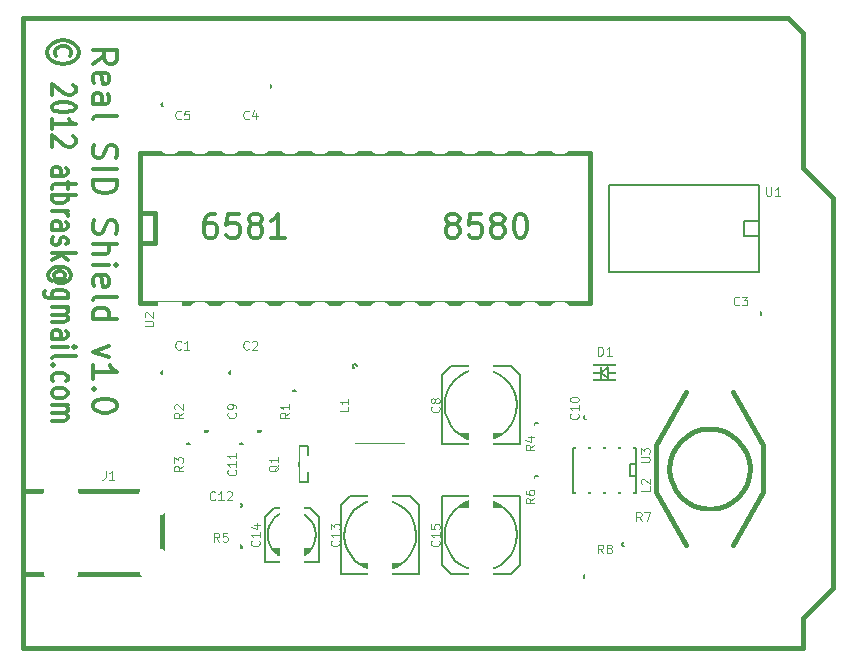
<source format=gto>
G04 (created by PCBNEW-RS274X (2012-01-10 BZR 3351)-testing) date Lørdag '28en' 28. Juli 2012 13.38.29*
G01*
G70*
G90*
%MOIN*%
G04 Gerber Fmt 3.4, Leading zero omitted, Abs format*
%FSLAX34Y34*%
G04 APERTURE LIST*
%ADD10C,0.006000*%
%ADD11C,0.012000*%
%ADD12C,0.015000*%
%ADD13C,0.005000*%
%ADD14C,0.002600*%
%ADD15C,0.004900*%
%ADD16R,0.056000X0.056000*%
%ADD17R,0.040000X0.065000*%
%ADD18R,0.040000X0.070000*%
%ADD19R,0.170000X0.075000*%
%ADD20R,0.055000X0.075000*%
%ADD21R,0.075000X0.055000*%
%ADD22R,0.082000X0.110000*%
%ADD23O,0.082000X0.110000*%
%ADD24R,0.090800X0.086900*%
%ADD25O,0.080000X0.120000*%
%ADD26C,0.175000*%
%ADD27R,0.083000X0.161700*%
%ADD28R,0.083000X0.122400*%
%ADD29R,0.138100X0.138100*%
%ADD30C,0.118400*%
%ADD31C,0.086900*%
G04 APERTURE END LIST*
G54D10*
G54D11*
X26645Y-19236D02*
X27026Y-18974D01*
X26645Y-18786D02*
X27445Y-18786D01*
X27445Y-19086D01*
X27407Y-19161D01*
X27369Y-19199D01*
X27293Y-19236D01*
X27179Y-19236D01*
X27102Y-19199D01*
X27064Y-19161D01*
X27026Y-19086D01*
X27026Y-18786D01*
X26683Y-19873D02*
X26645Y-19798D01*
X26645Y-19648D01*
X26683Y-19573D01*
X26759Y-19536D01*
X27064Y-19536D01*
X27140Y-19573D01*
X27179Y-19648D01*
X27179Y-19798D01*
X27140Y-19873D01*
X27064Y-19911D01*
X26988Y-19911D01*
X26912Y-19536D01*
X26645Y-20586D02*
X27064Y-20586D01*
X27140Y-20548D01*
X27179Y-20473D01*
X27179Y-20323D01*
X27140Y-20248D01*
X26683Y-20586D02*
X26645Y-20511D01*
X26645Y-20323D01*
X26683Y-20248D01*
X26759Y-20211D01*
X26836Y-20211D01*
X26912Y-20248D01*
X26950Y-20323D01*
X26950Y-20511D01*
X26988Y-20586D01*
X26645Y-21073D02*
X26683Y-20998D01*
X26759Y-20960D01*
X27445Y-20960D01*
X26683Y-21935D02*
X26645Y-22047D01*
X26645Y-22235D01*
X26683Y-22310D01*
X26721Y-22347D01*
X26798Y-22385D01*
X26874Y-22385D01*
X26950Y-22347D01*
X26988Y-22310D01*
X27026Y-22235D01*
X27064Y-22085D01*
X27102Y-22010D01*
X27140Y-21972D01*
X27217Y-21935D01*
X27293Y-21935D01*
X27369Y-21972D01*
X27407Y-22010D01*
X27445Y-22085D01*
X27445Y-22272D01*
X27407Y-22385D01*
X26645Y-22722D02*
X27445Y-22722D01*
X26645Y-23097D02*
X27445Y-23097D01*
X27445Y-23285D01*
X27407Y-23397D01*
X27331Y-23472D01*
X27255Y-23510D01*
X27102Y-23547D01*
X26988Y-23547D01*
X26836Y-23510D01*
X26759Y-23472D01*
X26683Y-23397D01*
X26645Y-23285D01*
X26645Y-23097D01*
X26683Y-24447D02*
X26645Y-24559D01*
X26645Y-24747D01*
X26683Y-24822D01*
X26721Y-24859D01*
X26798Y-24897D01*
X26874Y-24897D01*
X26950Y-24859D01*
X26988Y-24822D01*
X27026Y-24747D01*
X27064Y-24597D01*
X27102Y-24522D01*
X27140Y-24484D01*
X27217Y-24447D01*
X27293Y-24447D01*
X27369Y-24484D01*
X27407Y-24522D01*
X27445Y-24597D01*
X27445Y-24784D01*
X27407Y-24897D01*
X26645Y-25234D02*
X27445Y-25234D01*
X26645Y-25572D02*
X27064Y-25572D01*
X27140Y-25534D01*
X27179Y-25459D01*
X27179Y-25347D01*
X27140Y-25272D01*
X27102Y-25234D01*
X26645Y-25946D02*
X27179Y-25946D01*
X27445Y-25946D02*
X27407Y-25909D01*
X27369Y-25946D01*
X27407Y-25984D01*
X27445Y-25946D01*
X27369Y-25946D01*
X26683Y-26621D02*
X26645Y-26546D01*
X26645Y-26396D01*
X26683Y-26321D01*
X26759Y-26284D01*
X27064Y-26284D01*
X27140Y-26321D01*
X27179Y-26396D01*
X27179Y-26546D01*
X27140Y-26621D01*
X27064Y-26659D01*
X26988Y-26659D01*
X26912Y-26284D01*
X26645Y-27109D02*
X26683Y-27034D01*
X26759Y-26996D01*
X27445Y-26996D01*
X26645Y-27746D02*
X27445Y-27746D01*
X26683Y-27746D02*
X26645Y-27671D01*
X26645Y-27521D01*
X26683Y-27446D01*
X26721Y-27408D01*
X26798Y-27371D01*
X27026Y-27371D01*
X27102Y-27408D01*
X27140Y-27446D01*
X27179Y-27521D01*
X27179Y-27671D01*
X27140Y-27746D01*
X27179Y-28645D02*
X26645Y-28833D01*
X27179Y-29020D01*
X26645Y-29733D02*
X26645Y-29283D01*
X26645Y-29508D02*
X27445Y-29508D01*
X27331Y-29433D01*
X27255Y-29358D01*
X27217Y-29283D01*
X26721Y-30070D02*
X26683Y-30108D01*
X26645Y-30070D01*
X26683Y-30033D01*
X26721Y-30070D01*
X26645Y-30070D01*
X27445Y-30595D02*
X27445Y-30670D01*
X27407Y-30745D01*
X27369Y-30783D01*
X27293Y-30820D01*
X27140Y-30858D01*
X26950Y-30858D01*
X26798Y-30820D01*
X26721Y-30783D01*
X26683Y-30745D01*
X26645Y-30670D01*
X26645Y-30595D01*
X26683Y-30520D01*
X26721Y-30483D01*
X26798Y-30445D01*
X26950Y-30408D01*
X27140Y-30408D01*
X27293Y-30445D01*
X27369Y-30483D01*
X27407Y-30520D01*
X27445Y-30595D01*
X30718Y-24229D02*
X30568Y-24229D01*
X30493Y-24267D01*
X30455Y-24305D01*
X30380Y-24419D01*
X30343Y-24572D01*
X30343Y-24876D01*
X30380Y-24953D01*
X30418Y-24991D01*
X30493Y-25029D01*
X30643Y-25029D01*
X30718Y-24991D01*
X30755Y-24953D01*
X30793Y-24876D01*
X30793Y-24686D01*
X30755Y-24610D01*
X30718Y-24572D01*
X30643Y-24534D01*
X30493Y-24534D01*
X30418Y-24572D01*
X30380Y-24610D01*
X30343Y-24686D01*
X31505Y-24229D02*
X31130Y-24229D01*
X31093Y-24610D01*
X31130Y-24572D01*
X31205Y-24534D01*
X31393Y-24534D01*
X31468Y-24572D01*
X31505Y-24610D01*
X31543Y-24686D01*
X31543Y-24876D01*
X31505Y-24953D01*
X31468Y-24991D01*
X31393Y-25029D01*
X31205Y-25029D01*
X31130Y-24991D01*
X31093Y-24953D01*
X31993Y-24572D02*
X31918Y-24534D01*
X31880Y-24495D01*
X31843Y-24419D01*
X31843Y-24381D01*
X31880Y-24305D01*
X31918Y-24267D01*
X31993Y-24229D01*
X32143Y-24229D01*
X32218Y-24267D01*
X32255Y-24305D01*
X32293Y-24381D01*
X32293Y-24419D01*
X32255Y-24495D01*
X32218Y-24534D01*
X32143Y-24572D01*
X31993Y-24572D01*
X31918Y-24610D01*
X31880Y-24648D01*
X31843Y-24724D01*
X31843Y-24876D01*
X31880Y-24953D01*
X31918Y-24991D01*
X31993Y-25029D01*
X32143Y-25029D01*
X32218Y-24991D01*
X32255Y-24953D01*
X32293Y-24876D01*
X32293Y-24724D01*
X32255Y-24648D01*
X32218Y-24610D01*
X32143Y-24572D01*
X33043Y-25029D02*
X32593Y-25029D01*
X32818Y-25029D02*
X32818Y-24229D01*
X32743Y-24343D01*
X32668Y-24419D01*
X32593Y-24457D01*
X38564Y-24572D02*
X38489Y-24534D01*
X38451Y-24495D01*
X38414Y-24419D01*
X38414Y-24381D01*
X38451Y-24305D01*
X38489Y-24267D01*
X38564Y-24229D01*
X38714Y-24229D01*
X38789Y-24267D01*
X38826Y-24305D01*
X38864Y-24381D01*
X38864Y-24419D01*
X38826Y-24495D01*
X38789Y-24534D01*
X38714Y-24572D01*
X38564Y-24572D01*
X38489Y-24610D01*
X38451Y-24648D01*
X38414Y-24724D01*
X38414Y-24876D01*
X38451Y-24953D01*
X38489Y-24991D01*
X38564Y-25029D01*
X38714Y-25029D01*
X38789Y-24991D01*
X38826Y-24953D01*
X38864Y-24876D01*
X38864Y-24724D01*
X38826Y-24648D01*
X38789Y-24610D01*
X38714Y-24572D01*
X39576Y-24229D02*
X39201Y-24229D01*
X39164Y-24610D01*
X39201Y-24572D01*
X39276Y-24534D01*
X39464Y-24534D01*
X39539Y-24572D01*
X39576Y-24610D01*
X39614Y-24686D01*
X39614Y-24876D01*
X39576Y-24953D01*
X39539Y-24991D01*
X39464Y-25029D01*
X39276Y-25029D01*
X39201Y-24991D01*
X39164Y-24953D01*
X40064Y-24572D02*
X39989Y-24534D01*
X39951Y-24495D01*
X39914Y-24419D01*
X39914Y-24381D01*
X39951Y-24305D01*
X39989Y-24267D01*
X40064Y-24229D01*
X40214Y-24229D01*
X40289Y-24267D01*
X40326Y-24305D01*
X40364Y-24381D01*
X40364Y-24419D01*
X40326Y-24495D01*
X40289Y-24534D01*
X40214Y-24572D01*
X40064Y-24572D01*
X39989Y-24610D01*
X39951Y-24648D01*
X39914Y-24724D01*
X39914Y-24876D01*
X39951Y-24953D01*
X39989Y-24991D01*
X40064Y-25029D01*
X40214Y-25029D01*
X40289Y-24991D01*
X40326Y-24953D01*
X40364Y-24876D01*
X40364Y-24724D01*
X40326Y-24648D01*
X40289Y-24610D01*
X40214Y-24572D01*
X40851Y-24229D02*
X40926Y-24229D01*
X41001Y-24267D01*
X41039Y-24305D01*
X41076Y-24381D01*
X41114Y-24534D01*
X41114Y-24724D01*
X41076Y-24876D01*
X41039Y-24953D01*
X41001Y-24991D01*
X40926Y-25029D01*
X40851Y-25029D01*
X40776Y-24991D01*
X40739Y-24953D01*
X40701Y-24876D01*
X40664Y-24724D01*
X40664Y-24534D01*
X40701Y-24381D01*
X40739Y-24305D01*
X40776Y-24267D01*
X40851Y-24229D01*
X25877Y-18961D02*
X25915Y-18903D01*
X25915Y-18789D01*
X25877Y-18732D01*
X25801Y-18675D01*
X25724Y-18646D01*
X25572Y-18646D01*
X25496Y-18675D01*
X25420Y-18732D01*
X25381Y-18789D01*
X25381Y-18903D01*
X25420Y-18961D01*
X26181Y-18846D02*
X26143Y-18703D01*
X26029Y-18561D01*
X25839Y-18475D01*
X25648Y-18446D01*
X25458Y-18475D01*
X25267Y-18561D01*
X25153Y-18703D01*
X25115Y-18846D01*
X25153Y-18989D01*
X25267Y-19132D01*
X25458Y-19218D01*
X25648Y-19246D01*
X25839Y-19218D01*
X26029Y-19132D01*
X26143Y-18989D01*
X26181Y-18846D01*
X25991Y-19932D02*
X26029Y-19961D01*
X26067Y-20018D01*
X26067Y-20161D01*
X26029Y-20218D01*
X25991Y-20247D01*
X25915Y-20275D01*
X25839Y-20275D01*
X25724Y-20247D01*
X25267Y-19904D01*
X25267Y-20275D01*
X26067Y-20646D02*
X26067Y-20703D01*
X26029Y-20760D01*
X25991Y-20789D01*
X25915Y-20818D01*
X25762Y-20846D01*
X25572Y-20846D01*
X25420Y-20818D01*
X25343Y-20789D01*
X25305Y-20760D01*
X25267Y-20703D01*
X25267Y-20646D01*
X25305Y-20589D01*
X25343Y-20560D01*
X25420Y-20532D01*
X25572Y-20503D01*
X25762Y-20503D01*
X25915Y-20532D01*
X25991Y-20560D01*
X26029Y-20589D01*
X26067Y-20646D01*
X25267Y-21417D02*
X25267Y-21074D01*
X25267Y-21246D02*
X26067Y-21246D01*
X25953Y-21189D01*
X25877Y-21131D01*
X25839Y-21074D01*
X25991Y-21645D02*
X26029Y-21674D01*
X26067Y-21731D01*
X26067Y-21874D01*
X26029Y-21931D01*
X25991Y-21960D01*
X25915Y-21988D01*
X25839Y-21988D01*
X25724Y-21960D01*
X25267Y-21617D01*
X25267Y-21988D01*
X25267Y-22959D02*
X25686Y-22959D01*
X25762Y-22930D01*
X25801Y-22873D01*
X25801Y-22759D01*
X25762Y-22702D01*
X25305Y-22959D02*
X25267Y-22902D01*
X25267Y-22759D01*
X25305Y-22702D01*
X25381Y-22673D01*
X25458Y-22673D01*
X25534Y-22702D01*
X25572Y-22759D01*
X25572Y-22902D01*
X25610Y-22959D01*
X25801Y-23159D02*
X25801Y-23388D01*
X26067Y-23245D02*
X25381Y-23245D01*
X25305Y-23273D01*
X25267Y-23331D01*
X25267Y-23388D01*
X25267Y-23588D02*
X26067Y-23588D01*
X25762Y-23588D02*
X25801Y-23645D01*
X25801Y-23759D01*
X25762Y-23816D01*
X25724Y-23845D01*
X25648Y-23874D01*
X25420Y-23874D01*
X25343Y-23845D01*
X25305Y-23816D01*
X25267Y-23759D01*
X25267Y-23645D01*
X25305Y-23588D01*
X25267Y-24131D02*
X25801Y-24131D01*
X25648Y-24131D02*
X25724Y-24159D01*
X25762Y-24188D01*
X25801Y-24245D01*
X25801Y-24302D01*
X25267Y-24759D02*
X25686Y-24759D01*
X25762Y-24730D01*
X25801Y-24673D01*
X25801Y-24559D01*
X25762Y-24502D01*
X25305Y-24759D02*
X25267Y-24702D01*
X25267Y-24559D01*
X25305Y-24502D01*
X25381Y-24473D01*
X25458Y-24473D01*
X25534Y-24502D01*
X25572Y-24559D01*
X25572Y-24702D01*
X25610Y-24759D01*
X25305Y-25016D02*
X25267Y-25073D01*
X25267Y-25188D01*
X25305Y-25245D01*
X25381Y-25273D01*
X25420Y-25273D01*
X25496Y-25245D01*
X25534Y-25188D01*
X25534Y-25102D01*
X25572Y-25045D01*
X25648Y-25016D01*
X25686Y-25016D01*
X25762Y-25045D01*
X25801Y-25102D01*
X25801Y-25188D01*
X25762Y-25245D01*
X25267Y-25531D02*
X26067Y-25531D01*
X25572Y-25588D02*
X25267Y-25759D01*
X25801Y-25759D02*
X25496Y-25531D01*
X25648Y-26388D02*
X25686Y-26360D01*
X25724Y-26303D01*
X25724Y-26245D01*
X25686Y-26188D01*
X25648Y-26160D01*
X25572Y-26131D01*
X25496Y-26131D01*
X25420Y-26160D01*
X25381Y-26188D01*
X25343Y-26245D01*
X25343Y-26303D01*
X25381Y-26360D01*
X25420Y-26388D01*
X25724Y-26388D02*
X25420Y-26388D01*
X25381Y-26417D01*
X25381Y-26445D01*
X25420Y-26503D01*
X25496Y-26531D01*
X25686Y-26531D01*
X25801Y-26474D01*
X25877Y-26388D01*
X25915Y-26274D01*
X25877Y-26160D01*
X25801Y-26074D01*
X25686Y-26017D01*
X25534Y-25988D01*
X25381Y-26017D01*
X25267Y-26074D01*
X25191Y-26160D01*
X25153Y-26274D01*
X25191Y-26388D01*
X25267Y-26474D01*
X25801Y-27045D02*
X25153Y-27045D01*
X25077Y-27016D01*
X25039Y-26988D01*
X25001Y-26931D01*
X25001Y-26845D01*
X25039Y-26788D01*
X25305Y-27045D02*
X25267Y-26988D01*
X25267Y-26874D01*
X25305Y-26816D01*
X25343Y-26788D01*
X25420Y-26759D01*
X25648Y-26759D01*
X25724Y-26788D01*
X25762Y-26816D01*
X25801Y-26874D01*
X25801Y-26988D01*
X25762Y-27045D01*
X25267Y-27331D02*
X25801Y-27331D01*
X25724Y-27331D02*
X25762Y-27359D01*
X25801Y-27417D01*
X25801Y-27502D01*
X25762Y-27559D01*
X25686Y-27588D01*
X25267Y-27588D01*
X25686Y-27588D02*
X25762Y-27617D01*
X25801Y-27674D01*
X25801Y-27759D01*
X25762Y-27817D01*
X25686Y-27845D01*
X25267Y-27845D01*
X25267Y-28388D02*
X25686Y-28388D01*
X25762Y-28359D01*
X25801Y-28302D01*
X25801Y-28188D01*
X25762Y-28131D01*
X25305Y-28388D02*
X25267Y-28331D01*
X25267Y-28188D01*
X25305Y-28131D01*
X25381Y-28102D01*
X25458Y-28102D01*
X25534Y-28131D01*
X25572Y-28188D01*
X25572Y-28331D01*
X25610Y-28388D01*
X25267Y-28674D02*
X25801Y-28674D01*
X26067Y-28674D02*
X26029Y-28645D01*
X25991Y-28674D01*
X26029Y-28702D01*
X26067Y-28674D01*
X25991Y-28674D01*
X25267Y-29046D02*
X25305Y-28988D01*
X25381Y-28960D01*
X26067Y-28960D01*
X25343Y-29274D02*
X25305Y-29302D01*
X25267Y-29274D01*
X25305Y-29245D01*
X25343Y-29274D01*
X25267Y-29274D01*
X25305Y-29817D02*
X25267Y-29760D01*
X25267Y-29646D01*
X25305Y-29588D01*
X25343Y-29560D01*
X25420Y-29531D01*
X25648Y-29531D01*
X25724Y-29560D01*
X25762Y-29588D01*
X25801Y-29646D01*
X25801Y-29760D01*
X25762Y-29817D01*
X25267Y-30160D02*
X25305Y-30102D01*
X25343Y-30074D01*
X25420Y-30045D01*
X25648Y-30045D01*
X25724Y-30074D01*
X25762Y-30102D01*
X25801Y-30160D01*
X25801Y-30245D01*
X25762Y-30302D01*
X25724Y-30331D01*
X25648Y-30360D01*
X25420Y-30360D01*
X25343Y-30331D01*
X25305Y-30302D01*
X25267Y-30245D01*
X25267Y-30160D01*
X25267Y-30617D02*
X25801Y-30617D01*
X25724Y-30617D02*
X25762Y-30645D01*
X25801Y-30703D01*
X25801Y-30788D01*
X25762Y-30845D01*
X25686Y-30874D01*
X25267Y-30874D01*
X25686Y-30874D02*
X25762Y-30903D01*
X25801Y-30960D01*
X25801Y-31045D01*
X25762Y-31103D01*
X25686Y-31131D01*
X25267Y-31131D01*
G54D12*
X24300Y-38700D02*
X24300Y-17700D01*
X50300Y-38700D02*
X24300Y-38700D01*
X50300Y-37700D02*
X50300Y-38700D01*
X51300Y-36700D02*
X50300Y-37700D01*
X51300Y-23700D02*
X51300Y-36700D01*
X50300Y-22700D02*
X51300Y-23700D01*
X50300Y-18200D02*
X50300Y-22700D01*
X49800Y-17700D02*
X50300Y-18200D01*
X24300Y-17700D02*
X49800Y-17700D01*
G54D13*
X33511Y-33179D02*
X33511Y-31979D01*
X33511Y-31979D02*
X33811Y-31979D01*
X33811Y-31979D02*
X33811Y-33179D01*
X33811Y-33179D02*
X33511Y-33179D01*
X44751Y-32076D02*
X44751Y-32026D01*
X44751Y-32026D02*
X42651Y-32026D01*
X42651Y-33526D02*
X44751Y-33526D01*
X44751Y-33526D02*
X44751Y-32076D01*
X44751Y-32976D02*
X44551Y-32976D01*
X44551Y-32976D02*
X44551Y-32576D01*
X44551Y-32576D02*
X44751Y-32576D01*
X42651Y-33526D02*
X42651Y-32026D01*
X43858Y-23255D02*
X43858Y-26155D01*
X48858Y-26155D02*
X48858Y-23255D01*
X43858Y-23255D02*
X48858Y-23255D01*
X48858Y-26155D02*
X43858Y-26155D01*
X48858Y-24955D02*
X48358Y-24955D01*
X48358Y-24955D02*
X48358Y-24455D01*
X48358Y-24455D02*
X48858Y-24455D01*
X35440Y-29311D02*
X35438Y-29324D01*
X35434Y-29337D01*
X35428Y-29349D01*
X35419Y-29360D01*
X35409Y-29369D01*
X35397Y-29375D01*
X35384Y-29379D01*
X35370Y-29380D01*
X35357Y-29379D01*
X35344Y-29375D01*
X35332Y-29369D01*
X35322Y-29361D01*
X35313Y-29350D01*
X35306Y-29338D01*
X35302Y-29325D01*
X35301Y-29311D01*
X35302Y-29299D01*
X35305Y-29286D01*
X35312Y-29274D01*
X35320Y-29263D01*
X35331Y-29254D01*
X35342Y-29247D01*
X35355Y-29243D01*
X35369Y-29242D01*
X35382Y-29243D01*
X35395Y-29246D01*
X35407Y-29252D01*
X35418Y-29261D01*
X35427Y-29271D01*
X35433Y-29283D01*
X35438Y-29296D01*
X35439Y-29310D01*
X35440Y-29311D01*
X35420Y-31211D02*
X35420Y-31861D01*
X35420Y-31861D02*
X37020Y-31861D01*
X37020Y-31861D02*
X37020Y-31211D01*
X37020Y-30011D02*
X37020Y-29361D01*
X37020Y-29361D02*
X35420Y-29361D01*
X35420Y-29361D02*
X35420Y-30011D01*
X29026Y-29532D02*
X29025Y-29541D01*
X29022Y-29551D01*
X29017Y-29559D01*
X29011Y-29567D01*
X29003Y-29573D01*
X28995Y-29578D01*
X28986Y-29580D01*
X28976Y-29581D01*
X28967Y-29581D01*
X28958Y-29578D01*
X28949Y-29573D01*
X28942Y-29567D01*
X28935Y-29560D01*
X28931Y-29551D01*
X28928Y-29542D01*
X28927Y-29532D01*
X28927Y-29523D01*
X28930Y-29514D01*
X28934Y-29505D01*
X28941Y-29498D01*
X28948Y-29491D01*
X28956Y-29487D01*
X28966Y-29484D01*
X28975Y-29483D01*
X28984Y-29483D01*
X28994Y-29486D01*
X29002Y-29490D01*
X29010Y-29496D01*
X29016Y-29504D01*
X29021Y-29512D01*
X29024Y-29521D01*
X29025Y-29531D01*
X29026Y-29532D01*
X29426Y-29532D02*
X29026Y-29532D01*
X29026Y-29532D02*
X29026Y-28932D01*
X29026Y-28932D02*
X29426Y-28932D01*
X29826Y-28932D02*
X30226Y-28932D01*
X30226Y-28932D02*
X30226Y-29532D01*
X30226Y-29532D02*
X29826Y-29532D01*
X43101Y-36324D02*
X43100Y-36333D01*
X43097Y-36343D01*
X43092Y-36351D01*
X43086Y-36359D01*
X43078Y-36365D01*
X43070Y-36370D01*
X43061Y-36372D01*
X43051Y-36373D01*
X43042Y-36373D01*
X43033Y-36370D01*
X43024Y-36365D01*
X43017Y-36359D01*
X43010Y-36352D01*
X43006Y-36343D01*
X43003Y-36334D01*
X43002Y-36324D01*
X43002Y-36315D01*
X43005Y-36306D01*
X43009Y-36297D01*
X43016Y-36290D01*
X43023Y-36283D01*
X43031Y-36279D01*
X43041Y-36276D01*
X43050Y-36275D01*
X43059Y-36275D01*
X43069Y-36278D01*
X43077Y-36282D01*
X43085Y-36288D01*
X43091Y-36296D01*
X43096Y-36304D01*
X43099Y-36313D01*
X43100Y-36323D01*
X43101Y-36324D01*
X43501Y-36324D02*
X43101Y-36324D01*
X43101Y-36324D02*
X43101Y-35724D01*
X43101Y-35724D02*
X43501Y-35724D01*
X43901Y-35724D02*
X44301Y-35724D01*
X44301Y-35724D02*
X44301Y-36324D01*
X44301Y-36324D02*
X43901Y-36324D01*
X44380Y-35241D02*
X44379Y-35250D01*
X44376Y-35260D01*
X44371Y-35268D01*
X44365Y-35276D01*
X44357Y-35282D01*
X44349Y-35287D01*
X44340Y-35289D01*
X44330Y-35290D01*
X44321Y-35290D01*
X44312Y-35287D01*
X44303Y-35282D01*
X44296Y-35276D01*
X44289Y-35269D01*
X44285Y-35260D01*
X44282Y-35251D01*
X44281Y-35241D01*
X44281Y-35232D01*
X44284Y-35223D01*
X44288Y-35214D01*
X44295Y-35207D01*
X44302Y-35200D01*
X44310Y-35196D01*
X44320Y-35193D01*
X44329Y-35192D01*
X44338Y-35192D01*
X44348Y-35195D01*
X44356Y-35199D01*
X44364Y-35205D01*
X44370Y-35213D01*
X44375Y-35221D01*
X44378Y-35230D01*
X44379Y-35240D01*
X44380Y-35241D01*
X44780Y-35241D02*
X44380Y-35241D01*
X44380Y-35241D02*
X44380Y-34641D01*
X44380Y-34641D02*
X44780Y-34641D01*
X45180Y-34641D02*
X45580Y-34641D01*
X45580Y-34641D02*
X45580Y-35241D01*
X45580Y-35241D02*
X45180Y-35241D01*
X41482Y-33012D02*
X41481Y-33021D01*
X41478Y-33031D01*
X41473Y-33039D01*
X41467Y-33047D01*
X41459Y-33053D01*
X41451Y-33058D01*
X41442Y-33060D01*
X41432Y-33061D01*
X41423Y-33061D01*
X41414Y-33058D01*
X41405Y-33053D01*
X41398Y-33047D01*
X41391Y-33040D01*
X41387Y-33031D01*
X41384Y-33022D01*
X41383Y-33012D01*
X41383Y-33003D01*
X41386Y-32994D01*
X41390Y-32985D01*
X41397Y-32978D01*
X41404Y-32971D01*
X41412Y-32967D01*
X41422Y-32964D01*
X41431Y-32963D01*
X41440Y-32963D01*
X41450Y-32966D01*
X41458Y-32970D01*
X41466Y-32976D01*
X41472Y-32984D01*
X41477Y-32992D01*
X41480Y-33001D01*
X41481Y-33011D01*
X41482Y-33012D01*
X41432Y-33462D02*
X41432Y-33062D01*
X41432Y-33062D02*
X42032Y-33062D01*
X42032Y-33062D02*
X42032Y-33462D01*
X42032Y-33862D02*
X42032Y-34262D01*
X42032Y-34262D02*
X41432Y-34262D01*
X41432Y-34262D02*
X41432Y-33862D01*
X31606Y-35330D02*
X31605Y-35339D01*
X31602Y-35349D01*
X31597Y-35357D01*
X31591Y-35365D01*
X31583Y-35371D01*
X31575Y-35376D01*
X31566Y-35378D01*
X31556Y-35379D01*
X31547Y-35379D01*
X31538Y-35376D01*
X31529Y-35371D01*
X31522Y-35365D01*
X31515Y-35358D01*
X31511Y-35349D01*
X31508Y-35340D01*
X31507Y-35330D01*
X31507Y-35321D01*
X31510Y-35312D01*
X31514Y-35303D01*
X31521Y-35296D01*
X31528Y-35289D01*
X31536Y-35285D01*
X31546Y-35282D01*
X31555Y-35281D01*
X31564Y-35281D01*
X31574Y-35284D01*
X31582Y-35288D01*
X31590Y-35294D01*
X31596Y-35302D01*
X31601Y-35310D01*
X31604Y-35319D01*
X31605Y-35329D01*
X31606Y-35330D01*
X31106Y-35330D02*
X31506Y-35330D01*
X31506Y-35330D02*
X31506Y-35930D01*
X31506Y-35930D02*
X31106Y-35930D01*
X30706Y-35930D02*
X30306Y-35930D01*
X30306Y-35930D02*
X30306Y-35330D01*
X30306Y-35330D02*
X30706Y-35330D01*
X41482Y-31240D02*
X41481Y-31249D01*
X41478Y-31259D01*
X41473Y-31267D01*
X41467Y-31275D01*
X41459Y-31281D01*
X41451Y-31286D01*
X41442Y-31288D01*
X41432Y-31289D01*
X41423Y-31289D01*
X41414Y-31286D01*
X41405Y-31281D01*
X41398Y-31275D01*
X41391Y-31268D01*
X41387Y-31259D01*
X41384Y-31250D01*
X41383Y-31240D01*
X41383Y-31231D01*
X41386Y-31222D01*
X41390Y-31213D01*
X41397Y-31206D01*
X41404Y-31199D01*
X41412Y-31195D01*
X41422Y-31192D01*
X41431Y-31191D01*
X41440Y-31191D01*
X41450Y-31194D01*
X41458Y-31198D01*
X41466Y-31204D01*
X41472Y-31212D01*
X41477Y-31220D01*
X41480Y-31229D01*
X41481Y-31239D01*
X41482Y-31240D01*
X41432Y-31690D02*
X41432Y-31290D01*
X41432Y-31290D02*
X42032Y-31290D01*
X42032Y-31290D02*
X42032Y-31690D01*
X42032Y-32090D02*
X42032Y-32490D01*
X42032Y-32490D02*
X41432Y-32490D01*
X41432Y-32490D02*
X41432Y-32090D01*
X29868Y-31929D02*
X29867Y-31938D01*
X29864Y-31948D01*
X29859Y-31956D01*
X29853Y-31964D01*
X29845Y-31970D01*
X29837Y-31975D01*
X29828Y-31977D01*
X29818Y-31978D01*
X29809Y-31978D01*
X29800Y-31975D01*
X29791Y-31970D01*
X29784Y-31964D01*
X29777Y-31957D01*
X29773Y-31948D01*
X29770Y-31939D01*
X29769Y-31929D01*
X29769Y-31920D01*
X29772Y-31911D01*
X29776Y-31902D01*
X29783Y-31895D01*
X29790Y-31888D01*
X29798Y-31884D01*
X29808Y-31881D01*
X29817Y-31880D01*
X29826Y-31880D01*
X29836Y-31883D01*
X29844Y-31887D01*
X29852Y-31893D01*
X29858Y-31901D01*
X29863Y-31909D01*
X29866Y-31918D01*
X29867Y-31928D01*
X29868Y-31929D01*
X29818Y-32379D02*
X29818Y-31979D01*
X29818Y-31979D02*
X30418Y-31979D01*
X30418Y-31979D02*
X30418Y-32379D01*
X30418Y-32779D02*
X30418Y-33179D01*
X30418Y-33179D02*
X29818Y-33179D01*
X29818Y-33179D02*
X29818Y-32779D01*
X30468Y-31457D02*
X30467Y-31466D01*
X30464Y-31476D01*
X30459Y-31484D01*
X30453Y-31492D01*
X30445Y-31498D01*
X30437Y-31503D01*
X30428Y-31505D01*
X30418Y-31506D01*
X30409Y-31506D01*
X30400Y-31503D01*
X30391Y-31498D01*
X30384Y-31492D01*
X30377Y-31485D01*
X30373Y-31476D01*
X30370Y-31467D01*
X30369Y-31457D01*
X30369Y-31448D01*
X30372Y-31439D01*
X30376Y-31430D01*
X30383Y-31423D01*
X30390Y-31416D01*
X30398Y-31412D01*
X30408Y-31409D01*
X30417Y-31408D01*
X30426Y-31408D01*
X30436Y-31411D01*
X30444Y-31415D01*
X30452Y-31421D01*
X30458Y-31429D01*
X30463Y-31437D01*
X30466Y-31446D01*
X30467Y-31456D01*
X30468Y-31457D01*
X30418Y-31007D02*
X30418Y-31407D01*
X30418Y-31407D02*
X29818Y-31407D01*
X29818Y-31407D02*
X29818Y-31007D01*
X29818Y-30607D02*
X29818Y-30207D01*
X29818Y-30207D02*
X30418Y-30207D01*
X30418Y-30207D02*
X30418Y-30607D01*
X33411Y-30157D02*
X33410Y-30166D01*
X33407Y-30176D01*
X33402Y-30184D01*
X33396Y-30192D01*
X33388Y-30198D01*
X33380Y-30203D01*
X33371Y-30205D01*
X33361Y-30206D01*
X33352Y-30206D01*
X33343Y-30203D01*
X33334Y-30198D01*
X33327Y-30192D01*
X33320Y-30185D01*
X33316Y-30176D01*
X33313Y-30167D01*
X33312Y-30157D01*
X33312Y-30148D01*
X33315Y-30139D01*
X33319Y-30130D01*
X33326Y-30123D01*
X33333Y-30116D01*
X33341Y-30112D01*
X33351Y-30109D01*
X33360Y-30108D01*
X33369Y-30108D01*
X33379Y-30111D01*
X33387Y-30115D01*
X33395Y-30121D01*
X33401Y-30129D01*
X33406Y-30137D01*
X33409Y-30146D01*
X33410Y-30156D01*
X33411Y-30157D01*
X33361Y-30607D02*
X33361Y-30207D01*
X33361Y-30207D02*
X33961Y-30207D01*
X33961Y-30207D02*
X33961Y-30607D01*
X33961Y-31007D02*
X33961Y-31407D01*
X33961Y-31407D02*
X33361Y-31407D01*
X33361Y-31407D02*
X33361Y-31007D01*
X32240Y-31457D02*
X32239Y-31466D01*
X32236Y-31476D01*
X32231Y-31484D01*
X32225Y-31492D01*
X32217Y-31498D01*
X32209Y-31503D01*
X32200Y-31505D01*
X32190Y-31506D01*
X32181Y-31506D01*
X32172Y-31503D01*
X32163Y-31498D01*
X32156Y-31492D01*
X32149Y-31485D01*
X32145Y-31476D01*
X32142Y-31467D01*
X32141Y-31457D01*
X32141Y-31448D01*
X32144Y-31439D01*
X32148Y-31430D01*
X32155Y-31423D01*
X32162Y-31416D01*
X32170Y-31412D01*
X32180Y-31409D01*
X32189Y-31408D01*
X32198Y-31408D01*
X32208Y-31411D01*
X32216Y-31415D01*
X32224Y-31421D01*
X32230Y-31429D01*
X32235Y-31437D01*
X32238Y-31446D01*
X32239Y-31456D01*
X32240Y-31457D01*
X32190Y-31007D02*
X32190Y-31407D01*
X32190Y-31407D02*
X31590Y-31407D01*
X31590Y-31407D02*
X31590Y-31007D01*
X31590Y-30607D02*
X31590Y-30207D01*
X31590Y-30207D02*
X32190Y-30207D01*
X32190Y-30207D02*
X32190Y-30607D01*
X31290Y-29532D02*
X31289Y-29541D01*
X31286Y-29551D01*
X31281Y-29559D01*
X31275Y-29567D01*
X31267Y-29573D01*
X31259Y-29578D01*
X31250Y-29580D01*
X31240Y-29581D01*
X31231Y-29581D01*
X31222Y-29578D01*
X31213Y-29573D01*
X31206Y-29567D01*
X31199Y-29560D01*
X31195Y-29551D01*
X31192Y-29542D01*
X31191Y-29532D01*
X31191Y-29523D01*
X31194Y-29514D01*
X31198Y-29505D01*
X31205Y-29498D01*
X31212Y-29491D01*
X31220Y-29487D01*
X31230Y-29484D01*
X31239Y-29483D01*
X31248Y-29483D01*
X31258Y-29486D01*
X31266Y-29490D01*
X31274Y-29496D01*
X31280Y-29504D01*
X31285Y-29512D01*
X31288Y-29521D01*
X31289Y-29531D01*
X31290Y-29532D01*
X31690Y-29532D02*
X31290Y-29532D01*
X31290Y-29532D02*
X31290Y-28932D01*
X31290Y-28932D02*
X31690Y-28932D01*
X32090Y-28932D02*
X32490Y-28932D01*
X32490Y-28932D02*
X32490Y-29532D01*
X32490Y-29532D02*
X32090Y-29532D01*
X48928Y-27554D02*
X48927Y-27563D01*
X48924Y-27573D01*
X48919Y-27581D01*
X48913Y-27589D01*
X48905Y-27595D01*
X48897Y-27600D01*
X48888Y-27602D01*
X48878Y-27603D01*
X48869Y-27603D01*
X48860Y-27600D01*
X48851Y-27595D01*
X48844Y-27589D01*
X48837Y-27582D01*
X48833Y-27573D01*
X48830Y-27564D01*
X48829Y-27554D01*
X48829Y-27545D01*
X48832Y-27536D01*
X48836Y-27527D01*
X48843Y-27520D01*
X48850Y-27513D01*
X48858Y-27509D01*
X48868Y-27506D01*
X48877Y-27505D01*
X48886Y-27505D01*
X48896Y-27508D01*
X48904Y-27512D01*
X48912Y-27518D01*
X48918Y-27526D01*
X48923Y-27534D01*
X48926Y-27543D01*
X48927Y-27553D01*
X48928Y-27554D01*
X48428Y-27554D02*
X48828Y-27554D01*
X48828Y-27554D02*
X48828Y-28154D01*
X48828Y-28154D02*
X48428Y-28154D01*
X48028Y-28154D02*
X47628Y-28154D01*
X47628Y-28154D02*
X47628Y-27554D01*
X47628Y-27554D02*
X48028Y-27554D01*
X32590Y-19976D02*
X32589Y-19985D01*
X32586Y-19995D01*
X32581Y-20003D01*
X32575Y-20011D01*
X32567Y-20017D01*
X32559Y-20022D01*
X32550Y-20024D01*
X32540Y-20025D01*
X32531Y-20025D01*
X32522Y-20022D01*
X32513Y-20017D01*
X32506Y-20011D01*
X32499Y-20004D01*
X32495Y-19995D01*
X32492Y-19986D01*
X32491Y-19976D01*
X32491Y-19967D01*
X32494Y-19958D01*
X32498Y-19949D01*
X32505Y-19942D01*
X32512Y-19935D01*
X32520Y-19931D01*
X32530Y-19928D01*
X32539Y-19927D01*
X32548Y-19927D01*
X32558Y-19930D01*
X32566Y-19934D01*
X32574Y-19940D01*
X32580Y-19948D01*
X32585Y-19956D01*
X32588Y-19965D01*
X32589Y-19975D01*
X32590Y-19976D01*
X32090Y-19976D02*
X32490Y-19976D01*
X32490Y-19976D02*
X32490Y-20576D01*
X32490Y-20576D02*
X32090Y-20576D01*
X31690Y-20576D02*
X31290Y-20576D01*
X31290Y-20576D02*
X31290Y-19976D01*
X31290Y-19976D02*
X31690Y-19976D01*
X29026Y-20576D02*
X29025Y-20585D01*
X29022Y-20595D01*
X29017Y-20603D01*
X29011Y-20611D01*
X29003Y-20617D01*
X28995Y-20622D01*
X28986Y-20624D01*
X28976Y-20625D01*
X28967Y-20625D01*
X28958Y-20622D01*
X28949Y-20617D01*
X28942Y-20611D01*
X28935Y-20604D01*
X28931Y-20595D01*
X28928Y-20586D01*
X28927Y-20576D01*
X28927Y-20567D01*
X28930Y-20558D01*
X28934Y-20549D01*
X28941Y-20542D01*
X28948Y-20535D01*
X28956Y-20531D01*
X28966Y-20528D01*
X28975Y-20527D01*
X28984Y-20527D01*
X28994Y-20530D01*
X29002Y-20534D01*
X29010Y-20540D01*
X29016Y-20548D01*
X29021Y-20556D01*
X29024Y-20565D01*
X29025Y-20575D01*
X29026Y-20576D01*
X29426Y-20576D02*
X29026Y-20576D01*
X29026Y-20576D02*
X29026Y-19976D01*
X29026Y-19976D02*
X29426Y-19976D01*
X29826Y-19976D02*
X30226Y-19976D01*
X30226Y-19976D02*
X30226Y-20576D01*
X30226Y-20576D02*
X29826Y-20576D01*
X43101Y-31009D02*
X43100Y-31018D01*
X43097Y-31028D01*
X43092Y-31036D01*
X43086Y-31044D01*
X43078Y-31050D01*
X43070Y-31055D01*
X43061Y-31057D01*
X43051Y-31058D01*
X43042Y-31058D01*
X43033Y-31055D01*
X43024Y-31050D01*
X43017Y-31044D01*
X43010Y-31037D01*
X43006Y-31028D01*
X43003Y-31019D01*
X43002Y-31009D01*
X43002Y-31000D01*
X43005Y-30991D01*
X43009Y-30982D01*
X43016Y-30975D01*
X43023Y-30968D01*
X43031Y-30964D01*
X43041Y-30961D01*
X43050Y-30960D01*
X43059Y-30960D01*
X43069Y-30963D01*
X43077Y-30967D01*
X43085Y-30973D01*
X43091Y-30981D01*
X43096Y-30989D01*
X43099Y-30998D01*
X43100Y-31008D01*
X43101Y-31009D01*
X43501Y-31009D02*
X43101Y-31009D01*
X43101Y-31009D02*
X43101Y-30409D01*
X43101Y-30409D02*
X43501Y-30409D01*
X43901Y-30409D02*
X44301Y-30409D01*
X44301Y-30409D02*
X44301Y-31009D01*
X44301Y-31009D02*
X43901Y-31009D01*
X31640Y-31929D02*
X31639Y-31938D01*
X31636Y-31948D01*
X31631Y-31956D01*
X31625Y-31964D01*
X31617Y-31970D01*
X31609Y-31975D01*
X31600Y-31977D01*
X31590Y-31978D01*
X31581Y-31978D01*
X31572Y-31975D01*
X31563Y-31970D01*
X31556Y-31964D01*
X31549Y-31957D01*
X31545Y-31948D01*
X31542Y-31939D01*
X31541Y-31929D01*
X31541Y-31920D01*
X31544Y-31911D01*
X31548Y-31902D01*
X31555Y-31895D01*
X31562Y-31888D01*
X31570Y-31884D01*
X31580Y-31881D01*
X31589Y-31880D01*
X31598Y-31880D01*
X31608Y-31883D01*
X31616Y-31887D01*
X31624Y-31893D01*
X31630Y-31901D01*
X31635Y-31909D01*
X31638Y-31918D01*
X31639Y-31928D01*
X31640Y-31929D01*
X31590Y-32379D02*
X31590Y-31979D01*
X31590Y-31979D02*
X32190Y-31979D01*
X32190Y-31979D02*
X32190Y-32379D01*
X32190Y-32779D02*
X32190Y-33179D01*
X32190Y-33179D02*
X31590Y-33179D01*
X31590Y-33179D02*
X31590Y-32779D01*
X31606Y-33952D02*
X31605Y-33961D01*
X31602Y-33971D01*
X31597Y-33979D01*
X31591Y-33987D01*
X31583Y-33993D01*
X31575Y-33998D01*
X31566Y-34000D01*
X31556Y-34001D01*
X31547Y-34001D01*
X31538Y-33998D01*
X31529Y-33993D01*
X31522Y-33987D01*
X31515Y-33980D01*
X31511Y-33971D01*
X31508Y-33962D01*
X31507Y-33952D01*
X31507Y-33943D01*
X31510Y-33934D01*
X31514Y-33925D01*
X31521Y-33918D01*
X31528Y-33911D01*
X31536Y-33907D01*
X31546Y-33904D01*
X31555Y-33903D01*
X31564Y-33903D01*
X31574Y-33906D01*
X31582Y-33910D01*
X31590Y-33916D01*
X31596Y-33924D01*
X31601Y-33932D01*
X31604Y-33941D01*
X31605Y-33951D01*
X31606Y-33952D01*
X31106Y-33952D02*
X31506Y-33952D01*
X31506Y-33952D02*
X31506Y-34552D01*
X31506Y-34552D02*
X31106Y-34552D01*
X30706Y-34552D02*
X30306Y-34552D01*
X30306Y-34552D02*
X30306Y-33952D01*
X30306Y-33952D02*
X30706Y-33952D01*
G54D12*
X28228Y-24205D02*
X28228Y-24205D01*
X28228Y-24205D02*
X28728Y-24205D01*
X28728Y-24205D02*
X28728Y-25205D01*
X28728Y-25205D02*
X28228Y-25205D01*
X28228Y-22205D02*
X43228Y-22205D01*
X43228Y-22205D02*
X43228Y-27205D01*
X43228Y-27205D02*
X28228Y-27205D01*
X28228Y-27205D02*
X28228Y-22205D01*
G54D14*
X44638Y-29278D02*
X44326Y-29278D01*
X44326Y-29278D02*
X44326Y-29778D01*
X44638Y-29778D02*
X44326Y-29778D01*
X44638Y-29278D02*
X44638Y-29778D01*
X43076Y-29278D02*
X42764Y-29278D01*
X42764Y-29278D02*
X42764Y-29778D01*
X43076Y-29778D02*
X42764Y-29778D01*
X43076Y-29278D02*
X43076Y-29778D01*
G54D13*
X44576Y-29778D02*
X42826Y-29778D01*
X44576Y-29278D02*
X42826Y-29278D01*
X43576Y-29528D02*
X43826Y-29715D01*
X43826Y-29715D02*
X43826Y-29528D01*
X43826Y-29528D02*
X43826Y-29341D01*
X43826Y-29341D02*
X43576Y-29528D01*
X43576Y-29528D02*
X43576Y-29715D01*
X43576Y-29528D02*
X43576Y-29341D01*
X43826Y-29528D02*
X44138Y-29528D01*
X43576Y-29528D02*
X43264Y-29528D01*
G54D12*
X50300Y-22700D02*
X50300Y-18200D01*
X50300Y-18200D02*
X49800Y-17700D01*
X49800Y-17700D02*
X24300Y-17700D01*
X50300Y-38700D02*
X24300Y-38700D01*
X24300Y-38700D02*
X24300Y-17700D01*
X50300Y-22700D02*
X51300Y-23700D01*
X51300Y-23700D02*
X51300Y-36700D01*
X51300Y-36700D02*
X50300Y-37700D01*
X50300Y-37700D02*
X50300Y-38700D01*
G54D13*
X39267Y-31761D02*
X39867Y-31761D01*
X40017Y-31711D02*
X39117Y-31711D01*
X39017Y-31661D02*
X40117Y-31661D01*
X40217Y-31611D02*
X38917Y-31611D01*
X38867Y-31561D02*
X40267Y-31561D01*
X40767Y-30611D02*
X40744Y-30844D01*
X40676Y-31068D01*
X40566Y-31275D01*
X40418Y-31456D01*
X40238Y-31605D01*
X40032Y-31717D01*
X39808Y-31786D01*
X39575Y-31810D01*
X39343Y-31789D01*
X39118Y-31723D01*
X38910Y-31615D01*
X38728Y-31468D01*
X38577Y-31288D01*
X38465Y-31083D01*
X38394Y-30860D01*
X38368Y-30627D01*
X38387Y-30395D01*
X38452Y-30170D01*
X38559Y-29961D01*
X38704Y-29778D01*
X38883Y-29626D01*
X39087Y-29512D01*
X39310Y-29439D01*
X39542Y-29412D01*
X39775Y-29430D01*
X40000Y-29493D01*
X40209Y-29598D01*
X40394Y-29742D01*
X40547Y-29920D01*
X40663Y-30123D01*
X40737Y-30346D01*
X40766Y-30578D01*
X40767Y-30611D01*
X38267Y-31911D02*
X40867Y-31911D01*
X40867Y-31911D02*
X40867Y-29611D01*
X40867Y-29611D02*
X40567Y-29311D01*
X40567Y-29311D02*
X38567Y-29311D01*
X38567Y-29311D02*
X38267Y-29611D01*
X38267Y-29611D02*
X38267Y-31911D01*
X39567Y-29761D02*
X39567Y-30061D01*
X39417Y-29911D02*
X39717Y-29911D01*
X35920Y-36091D02*
X36520Y-36091D01*
X36670Y-36041D02*
X35770Y-36041D01*
X35670Y-35991D02*
X36770Y-35991D01*
X36870Y-35941D02*
X35570Y-35941D01*
X35520Y-35891D02*
X36920Y-35891D01*
X37420Y-34941D02*
X37397Y-35174D01*
X37329Y-35398D01*
X37219Y-35605D01*
X37071Y-35786D01*
X36891Y-35935D01*
X36685Y-36047D01*
X36461Y-36116D01*
X36228Y-36140D01*
X35996Y-36119D01*
X35771Y-36053D01*
X35563Y-35945D01*
X35381Y-35798D01*
X35230Y-35618D01*
X35118Y-35413D01*
X35047Y-35190D01*
X35021Y-34957D01*
X35040Y-34725D01*
X35105Y-34500D01*
X35212Y-34291D01*
X35357Y-34108D01*
X35536Y-33956D01*
X35740Y-33842D01*
X35963Y-33769D01*
X36195Y-33742D01*
X36428Y-33760D01*
X36653Y-33823D01*
X36862Y-33928D01*
X37047Y-34072D01*
X37200Y-34250D01*
X37316Y-34453D01*
X37390Y-34676D01*
X37419Y-34908D01*
X37420Y-34941D01*
X34920Y-36241D02*
X37520Y-36241D01*
X37520Y-36241D02*
X37520Y-33941D01*
X37520Y-33941D02*
X37220Y-33641D01*
X37220Y-33641D02*
X35220Y-33641D01*
X35220Y-33641D02*
X34920Y-33941D01*
X34920Y-33941D02*
X34920Y-36241D01*
X36220Y-34091D02*
X36220Y-34391D01*
X36070Y-34241D02*
X36370Y-34241D01*
X33268Y-34291D02*
X33268Y-34591D01*
X33118Y-34441D02*
X33418Y-34441D01*
X34168Y-34341D02*
X34168Y-35841D01*
X32668Y-34041D02*
X33868Y-34041D01*
X34168Y-34341D02*
X33868Y-34041D01*
X32368Y-34341D02*
X32368Y-35841D01*
X32368Y-34341D02*
X32668Y-34041D01*
X33318Y-35741D02*
X33218Y-35741D01*
X33018Y-35691D02*
X33518Y-35691D01*
X33618Y-35641D02*
X32918Y-35641D01*
X33718Y-35591D02*
X32818Y-35591D01*
X32768Y-35541D02*
X33768Y-35541D01*
X33818Y-35491D02*
X32718Y-35491D01*
X32668Y-35441D02*
X33868Y-35441D01*
X32618Y-35391D02*
X33918Y-35391D01*
X34068Y-34941D02*
X34052Y-35096D01*
X34007Y-35245D01*
X33934Y-35383D01*
X33835Y-35504D01*
X33715Y-35604D01*
X33578Y-35678D01*
X33428Y-35724D01*
X33273Y-35740D01*
X33119Y-35726D01*
X32969Y-35682D01*
X32830Y-35610D01*
X32709Y-35512D01*
X32608Y-35392D01*
X32533Y-35256D01*
X32486Y-35107D01*
X32469Y-34952D01*
X32482Y-34797D01*
X32525Y-34647D01*
X32596Y-34508D01*
X32693Y-34386D01*
X32812Y-34285D01*
X32948Y-34208D01*
X33097Y-34160D01*
X33252Y-34142D01*
X33406Y-34154D01*
X33557Y-34196D01*
X33696Y-34266D01*
X33819Y-34362D01*
X33921Y-34480D01*
X33998Y-34616D01*
X34048Y-34764D01*
X34067Y-34919D01*
X34068Y-34941D01*
X32368Y-35841D02*
X34168Y-35841D01*
X39867Y-33791D02*
X39267Y-33791D01*
X39117Y-33841D02*
X40017Y-33841D01*
X40117Y-33891D02*
X39017Y-33891D01*
X38917Y-33941D02*
X40217Y-33941D01*
X40267Y-33991D02*
X38867Y-33991D01*
X40767Y-34941D02*
X40744Y-35174D01*
X40676Y-35398D01*
X40566Y-35605D01*
X40418Y-35786D01*
X40238Y-35935D01*
X40032Y-36047D01*
X39808Y-36116D01*
X39575Y-36140D01*
X39343Y-36119D01*
X39118Y-36053D01*
X38910Y-35945D01*
X38728Y-35798D01*
X38577Y-35618D01*
X38465Y-35413D01*
X38394Y-35190D01*
X38368Y-34957D01*
X38387Y-34725D01*
X38452Y-34500D01*
X38559Y-34291D01*
X38704Y-34108D01*
X38883Y-33956D01*
X39087Y-33842D01*
X39310Y-33769D01*
X39542Y-33742D01*
X39775Y-33760D01*
X40000Y-33823D01*
X40209Y-33928D01*
X40394Y-34072D01*
X40547Y-34250D01*
X40663Y-34453D01*
X40737Y-34676D01*
X40766Y-34908D01*
X40767Y-34941D01*
X40867Y-33641D02*
X38267Y-33641D01*
X38267Y-33641D02*
X38267Y-35941D01*
X38267Y-35941D02*
X38567Y-36241D01*
X38567Y-36241D02*
X40567Y-36241D01*
X40567Y-36241D02*
X40867Y-35941D01*
X40867Y-35941D02*
X40867Y-33641D01*
X39567Y-35791D02*
X39567Y-35491D01*
X39717Y-35641D02*
X39417Y-35641D01*
G54D12*
X46408Y-30168D02*
X45423Y-31940D01*
X45423Y-31940D02*
X45423Y-33514D01*
X45423Y-33514D02*
X46408Y-35286D01*
X47982Y-30168D02*
X48967Y-31940D01*
X48967Y-31940D02*
X48967Y-33514D01*
X48967Y-33514D02*
X47982Y-35286D01*
X48534Y-32727D02*
X48508Y-32987D01*
X48432Y-33237D01*
X48310Y-33467D01*
X48145Y-33670D01*
X47943Y-33837D01*
X47713Y-33961D01*
X47464Y-34038D01*
X47204Y-34065D01*
X46945Y-34042D01*
X46694Y-33968D01*
X46462Y-33847D01*
X46259Y-33683D01*
X46091Y-33483D01*
X45965Y-33254D01*
X45886Y-33005D01*
X45857Y-32745D01*
X45878Y-32486D01*
X45951Y-32235D01*
X46070Y-32002D01*
X46232Y-31797D01*
X46431Y-31628D01*
X46659Y-31500D01*
X46908Y-31420D01*
X47167Y-31389D01*
X47427Y-31409D01*
X47679Y-31479D01*
X47912Y-31597D01*
X48118Y-31758D01*
X48289Y-31956D01*
X48418Y-32183D01*
X48500Y-32431D01*
X48533Y-32690D01*
X48534Y-32727D01*
X28937Y-36221D02*
X24409Y-36221D01*
X28937Y-33465D02*
X24409Y-33465D01*
X28937Y-33465D02*
X28937Y-36221D01*
G54D15*
X32824Y-32607D02*
X32810Y-32635D01*
X32782Y-32663D01*
X32740Y-32705D01*
X32726Y-32734D01*
X32726Y-32762D01*
X32796Y-32748D02*
X32782Y-32776D01*
X32754Y-32804D01*
X32698Y-32818D01*
X32599Y-32818D01*
X32543Y-32804D01*
X32515Y-32776D01*
X32501Y-32748D01*
X32501Y-32691D01*
X32515Y-32663D01*
X32543Y-32635D01*
X32599Y-32621D01*
X32698Y-32621D01*
X32754Y-32635D01*
X32782Y-32663D01*
X32796Y-32691D01*
X32796Y-32748D01*
X32796Y-32340D02*
X32796Y-32509D01*
X32796Y-32425D02*
X32501Y-32425D01*
X32543Y-32453D01*
X32571Y-32481D01*
X32585Y-32509D01*
X44903Y-32508D02*
X45142Y-32508D01*
X45170Y-32494D01*
X45184Y-32480D01*
X45198Y-32452D01*
X45198Y-32395D01*
X45184Y-32367D01*
X45170Y-32353D01*
X45142Y-32339D01*
X44903Y-32339D01*
X44903Y-32227D02*
X44903Y-32044D01*
X45015Y-32143D01*
X45015Y-32100D01*
X45029Y-32072D01*
X45043Y-32058D01*
X45071Y-32044D01*
X45142Y-32044D01*
X45170Y-32058D01*
X45184Y-32072D01*
X45198Y-32100D01*
X45198Y-32185D01*
X45184Y-32213D01*
X45170Y-32227D01*
X49086Y-23348D02*
X49086Y-23587D01*
X49100Y-23615D01*
X49114Y-23629D01*
X49142Y-23643D01*
X49199Y-23643D01*
X49227Y-23629D01*
X49241Y-23615D01*
X49255Y-23587D01*
X49255Y-23348D01*
X49550Y-23643D02*
X49381Y-23643D01*
X49465Y-23643D02*
X49465Y-23348D01*
X49437Y-23390D01*
X49409Y-23418D01*
X49381Y-23432D01*
X35158Y-30659D02*
X35158Y-30800D01*
X34863Y-30800D01*
X35158Y-30406D02*
X35158Y-30575D01*
X35158Y-30491D02*
X34863Y-30491D01*
X34905Y-30519D01*
X34933Y-30547D01*
X34947Y-30575D01*
X29577Y-28733D02*
X29563Y-28747D01*
X29521Y-28761D01*
X29493Y-28761D01*
X29450Y-28747D01*
X29422Y-28719D01*
X29408Y-28691D01*
X29394Y-28634D01*
X29394Y-28592D01*
X29408Y-28536D01*
X29422Y-28508D01*
X29450Y-28480D01*
X29493Y-28466D01*
X29521Y-28466D01*
X29563Y-28480D01*
X29577Y-28494D01*
X29858Y-28761D02*
X29689Y-28761D01*
X29773Y-28761D02*
X29773Y-28466D01*
X29745Y-28508D01*
X29717Y-28536D01*
X29689Y-28550D01*
X43652Y-35552D02*
X43553Y-35411D01*
X43483Y-35552D02*
X43483Y-35257D01*
X43596Y-35257D01*
X43624Y-35271D01*
X43638Y-35285D01*
X43652Y-35313D01*
X43652Y-35355D01*
X43638Y-35383D01*
X43624Y-35397D01*
X43596Y-35411D01*
X43483Y-35411D01*
X43820Y-35383D02*
X43792Y-35369D01*
X43778Y-35355D01*
X43764Y-35327D01*
X43764Y-35313D01*
X43778Y-35285D01*
X43792Y-35271D01*
X43820Y-35257D01*
X43877Y-35257D01*
X43905Y-35271D01*
X43919Y-35285D01*
X43933Y-35313D01*
X43933Y-35327D01*
X43919Y-35355D01*
X43905Y-35369D01*
X43877Y-35383D01*
X43820Y-35383D01*
X43792Y-35397D01*
X43778Y-35411D01*
X43764Y-35440D01*
X43764Y-35496D01*
X43778Y-35524D01*
X43792Y-35538D01*
X43820Y-35552D01*
X43877Y-35552D01*
X43905Y-35538D01*
X43919Y-35524D01*
X43933Y-35496D01*
X43933Y-35440D01*
X43919Y-35411D01*
X43905Y-35397D01*
X43877Y-35383D01*
X44931Y-34469D02*
X44832Y-34328D01*
X44762Y-34469D02*
X44762Y-34174D01*
X44875Y-34174D01*
X44903Y-34188D01*
X44917Y-34202D01*
X44931Y-34230D01*
X44931Y-34272D01*
X44917Y-34300D01*
X44903Y-34314D01*
X44875Y-34328D01*
X44762Y-34328D01*
X45029Y-34174D02*
X45226Y-34174D01*
X45099Y-34469D01*
X41359Y-33711D02*
X41218Y-33810D01*
X41359Y-33880D02*
X41064Y-33880D01*
X41064Y-33767D01*
X41078Y-33739D01*
X41092Y-33725D01*
X41120Y-33711D01*
X41162Y-33711D01*
X41190Y-33725D01*
X41204Y-33739D01*
X41218Y-33767D01*
X41218Y-33880D01*
X41064Y-33458D02*
X41064Y-33515D01*
X41078Y-33543D01*
X41092Y-33557D01*
X41134Y-33585D01*
X41190Y-33599D01*
X41303Y-33599D01*
X41331Y-33585D01*
X41345Y-33571D01*
X41359Y-33543D01*
X41359Y-33486D01*
X41345Y-33458D01*
X41331Y-33444D01*
X41303Y-33430D01*
X41232Y-33430D01*
X41204Y-33444D01*
X41190Y-33458D01*
X41176Y-33486D01*
X41176Y-33543D01*
X41190Y-33571D01*
X41204Y-33585D01*
X41232Y-33599D01*
X30857Y-35158D02*
X30758Y-35017D01*
X30688Y-35158D02*
X30688Y-34863D01*
X30801Y-34863D01*
X30829Y-34877D01*
X30843Y-34891D01*
X30857Y-34919D01*
X30857Y-34961D01*
X30843Y-34989D01*
X30829Y-35003D01*
X30801Y-35017D01*
X30688Y-35017D01*
X31124Y-34863D02*
X30983Y-34863D01*
X30969Y-35003D01*
X30983Y-34989D01*
X31011Y-34975D01*
X31082Y-34975D01*
X31110Y-34989D01*
X31124Y-35003D01*
X31138Y-35031D01*
X31138Y-35102D01*
X31124Y-35130D01*
X31110Y-35144D01*
X31082Y-35158D01*
X31011Y-35158D01*
X30983Y-35144D01*
X30969Y-35130D01*
X41359Y-31939D02*
X41218Y-32038D01*
X41359Y-32108D02*
X41064Y-32108D01*
X41064Y-31995D01*
X41078Y-31967D01*
X41092Y-31953D01*
X41120Y-31939D01*
X41162Y-31939D01*
X41190Y-31953D01*
X41204Y-31967D01*
X41218Y-31995D01*
X41218Y-32108D01*
X41162Y-31686D02*
X41359Y-31686D01*
X41050Y-31757D02*
X41261Y-31827D01*
X41261Y-31644D01*
X29647Y-32628D02*
X29506Y-32727D01*
X29647Y-32797D02*
X29352Y-32797D01*
X29352Y-32684D01*
X29366Y-32656D01*
X29380Y-32642D01*
X29408Y-32628D01*
X29450Y-32628D01*
X29478Y-32642D01*
X29492Y-32656D01*
X29506Y-32684D01*
X29506Y-32797D01*
X29352Y-32530D02*
X29352Y-32347D01*
X29464Y-32446D01*
X29464Y-32403D01*
X29478Y-32375D01*
X29492Y-32361D01*
X29520Y-32347D01*
X29591Y-32347D01*
X29619Y-32361D01*
X29633Y-32375D01*
X29647Y-32403D01*
X29647Y-32488D01*
X29633Y-32516D01*
X29619Y-32530D01*
X29647Y-30856D02*
X29506Y-30955D01*
X29647Y-31025D02*
X29352Y-31025D01*
X29352Y-30912D01*
X29366Y-30884D01*
X29380Y-30870D01*
X29408Y-30856D01*
X29450Y-30856D01*
X29478Y-30870D01*
X29492Y-30884D01*
X29506Y-30912D01*
X29506Y-31025D01*
X29380Y-30744D02*
X29366Y-30730D01*
X29352Y-30702D01*
X29352Y-30631D01*
X29366Y-30603D01*
X29380Y-30589D01*
X29408Y-30575D01*
X29436Y-30575D01*
X29478Y-30589D01*
X29647Y-30758D01*
X29647Y-30575D01*
X33190Y-30856D02*
X33049Y-30955D01*
X33190Y-31025D02*
X32895Y-31025D01*
X32895Y-30912D01*
X32909Y-30884D01*
X32923Y-30870D01*
X32951Y-30856D01*
X32993Y-30856D01*
X33021Y-30870D01*
X33035Y-30884D01*
X33049Y-30912D01*
X33049Y-31025D01*
X33190Y-30575D02*
X33190Y-30744D01*
X33190Y-30660D02*
X32895Y-30660D01*
X32937Y-30688D01*
X32965Y-30716D01*
X32979Y-30744D01*
X31390Y-30856D02*
X31404Y-30870D01*
X31418Y-30912D01*
X31418Y-30940D01*
X31404Y-30983D01*
X31376Y-31011D01*
X31348Y-31025D01*
X31291Y-31039D01*
X31249Y-31039D01*
X31193Y-31025D01*
X31165Y-31011D01*
X31137Y-30983D01*
X31123Y-30940D01*
X31123Y-30912D01*
X31137Y-30870D01*
X31151Y-30856D01*
X31418Y-30716D02*
X31418Y-30660D01*
X31404Y-30631D01*
X31390Y-30617D01*
X31348Y-30589D01*
X31291Y-30575D01*
X31179Y-30575D01*
X31151Y-30589D01*
X31137Y-30603D01*
X31123Y-30631D01*
X31123Y-30688D01*
X31137Y-30716D01*
X31151Y-30730D01*
X31179Y-30744D01*
X31249Y-30744D01*
X31277Y-30730D01*
X31291Y-30716D01*
X31306Y-30688D01*
X31306Y-30631D01*
X31291Y-30603D01*
X31277Y-30589D01*
X31249Y-30575D01*
X31841Y-28733D02*
X31827Y-28747D01*
X31785Y-28761D01*
X31757Y-28761D01*
X31714Y-28747D01*
X31686Y-28719D01*
X31672Y-28691D01*
X31658Y-28634D01*
X31658Y-28592D01*
X31672Y-28536D01*
X31686Y-28508D01*
X31714Y-28480D01*
X31757Y-28466D01*
X31785Y-28466D01*
X31827Y-28480D01*
X31841Y-28494D01*
X31953Y-28494D02*
X31967Y-28480D01*
X31995Y-28466D01*
X32066Y-28466D01*
X32094Y-28480D01*
X32108Y-28494D01*
X32122Y-28522D01*
X32122Y-28550D01*
X32108Y-28592D01*
X31939Y-28761D01*
X32122Y-28761D01*
X48179Y-27256D02*
X48165Y-27270D01*
X48123Y-27284D01*
X48095Y-27284D01*
X48052Y-27270D01*
X48024Y-27242D01*
X48010Y-27214D01*
X47996Y-27157D01*
X47996Y-27115D01*
X48010Y-27059D01*
X48024Y-27031D01*
X48052Y-27003D01*
X48095Y-26989D01*
X48123Y-26989D01*
X48165Y-27003D01*
X48179Y-27017D01*
X48277Y-26989D02*
X48460Y-26989D01*
X48361Y-27101D01*
X48404Y-27101D01*
X48432Y-27115D01*
X48446Y-27129D01*
X48460Y-27157D01*
X48460Y-27228D01*
X48446Y-27256D01*
X48432Y-27270D01*
X48404Y-27284D01*
X48319Y-27284D01*
X48291Y-27270D01*
X48277Y-27256D01*
X31841Y-21056D02*
X31827Y-21070D01*
X31785Y-21084D01*
X31757Y-21084D01*
X31714Y-21070D01*
X31686Y-21042D01*
X31672Y-21014D01*
X31658Y-20957D01*
X31658Y-20915D01*
X31672Y-20859D01*
X31686Y-20831D01*
X31714Y-20803D01*
X31757Y-20789D01*
X31785Y-20789D01*
X31827Y-20803D01*
X31841Y-20817D01*
X32094Y-20887D02*
X32094Y-21084D01*
X32023Y-20775D02*
X31953Y-20986D01*
X32136Y-20986D01*
X29577Y-21056D02*
X29563Y-21070D01*
X29521Y-21084D01*
X29493Y-21084D01*
X29450Y-21070D01*
X29422Y-21042D01*
X29408Y-21014D01*
X29394Y-20957D01*
X29394Y-20915D01*
X29408Y-20859D01*
X29422Y-20831D01*
X29450Y-20803D01*
X29493Y-20789D01*
X29521Y-20789D01*
X29563Y-20803D01*
X29577Y-20817D01*
X29844Y-20789D02*
X29703Y-20789D01*
X29689Y-20929D01*
X29703Y-20915D01*
X29731Y-20901D01*
X29802Y-20901D01*
X29830Y-20915D01*
X29844Y-20929D01*
X29858Y-20957D01*
X29858Y-21028D01*
X29844Y-21056D01*
X29830Y-21070D01*
X29802Y-21084D01*
X29731Y-21084D01*
X29703Y-21070D01*
X29689Y-21056D01*
X42808Y-30897D02*
X42822Y-30911D01*
X42836Y-30953D01*
X42836Y-30981D01*
X42822Y-31024D01*
X42794Y-31052D01*
X42766Y-31066D01*
X42709Y-31080D01*
X42667Y-31080D01*
X42611Y-31066D01*
X42583Y-31052D01*
X42555Y-31024D01*
X42541Y-30981D01*
X42541Y-30953D01*
X42555Y-30911D01*
X42569Y-30897D01*
X42836Y-30616D02*
X42836Y-30785D01*
X42836Y-30701D02*
X42541Y-30701D01*
X42583Y-30729D01*
X42611Y-30757D01*
X42625Y-30785D01*
X42541Y-30434D02*
X42541Y-30405D01*
X42555Y-30377D01*
X42569Y-30363D01*
X42597Y-30349D01*
X42653Y-30335D01*
X42724Y-30335D01*
X42780Y-30349D01*
X42808Y-30363D01*
X42822Y-30377D01*
X42836Y-30405D01*
X42836Y-30434D01*
X42822Y-30462D01*
X42808Y-30476D01*
X42780Y-30490D01*
X42724Y-30504D01*
X42653Y-30504D01*
X42597Y-30490D01*
X42569Y-30476D01*
X42555Y-30462D01*
X42541Y-30434D01*
X31390Y-32768D02*
X31404Y-32782D01*
X31418Y-32824D01*
X31418Y-32852D01*
X31404Y-32895D01*
X31376Y-32923D01*
X31348Y-32937D01*
X31291Y-32951D01*
X31249Y-32951D01*
X31193Y-32937D01*
X31165Y-32923D01*
X31137Y-32895D01*
X31123Y-32852D01*
X31123Y-32824D01*
X31137Y-32782D01*
X31151Y-32768D01*
X31418Y-32487D02*
X31418Y-32656D01*
X31418Y-32572D02*
X31123Y-32572D01*
X31165Y-32600D01*
X31193Y-32628D01*
X31207Y-32656D01*
X31418Y-32206D02*
X31418Y-32375D01*
X31418Y-32291D02*
X31123Y-32291D01*
X31165Y-32319D01*
X31193Y-32347D01*
X31207Y-32375D01*
X30717Y-33752D02*
X30703Y-33766D01*
X30661Y-33780D01*
X30633Y-33780D01*
X30590Y-33766D01*
X30562Y-33738D01*
X30548Y-33710D01*
X30534Y-33653D01*
X30534Y-33611D01*
X30548Y-33555D01*
X30562Y-33527D01*
X30590Y-33499D01*
X30633Y-33485D01*
X30661Y-33485D01*
X30703Y-33499D01*
X30717Y-33513D01*
X30998Y-33780D02*
X30829Y-33780D01*
X30913Y-33780D02*
X30913Y-33485D01*
X30885Y-33527D01*
X30857Y-33555D01*
X30829Y-33569D01*
X31110Y-33513D02*
X31124Y-33499D01*
X31152Y-33485D01*
X31223Y-33485D01*
X31251Y-33499D01*
X31265Y-33513D01*
X31279Y-33541D01*
X31279Y-33569D01*
X31265Y-33611D01*
X31096Y-33780D01*
X31279Y-33780D01*
X28367Y-27981D02*
X28606Y-27981D01*
X28634Y-27967D01*
X28648Y-27953D01*
X28662Y-27925D01*
X28662Y-27868D01*
X28648Y-27840D01*
X28634Y-27826D01*
X28606Y-27812D01*
X28367Y-27812D01*
X28395Y-27686D02*
X28381Y-27672D01*
X28367Y-27644D01*
X28367Y-27573D01*
X28381Y-27545D01*
X28395Y-27531D01*
X28423Y-27517D01*
X28451Y-27517D01*
X28493Y-27531D01*
X28662Y-27700D01*
X28662Y-27517D01*
X43483Y-28958D02*
X43483Y-28663D01*
X43553Y-28663D01*
X43596Y-28677D01*
X43624Y-28705D01*
X43638Y-28733D01*
X43652Y-28789D01*
X43652Y-28831D01*
X43638Y-28888D01*
X43624Y-28916D01*
X43596Y-28944D01*
X43553Y-28958D01*
X43483Y-28958D01*
X43933Y-28958D02*
X43764Y-28958D01*
X43848Y-28958D02*
X43848Y-28663D01*
X43820Y-28705D01*
X43792Y-28733D01*
X43764Y-28747D01*
X38181Y-30660D02*
X38195Y-30674D01*
X38209Y-30716D01*
X38209Y-30744D01*
X38195Y-30787D01*
X38167Y-30815D01*
X38139Y-30829D01*
X38082Y-30843D01*
X38040Y-30843D01*
X37984Y-30829D01*
X37956Y-30815D01*
X37928Y-30787D01*
X37914Y-30744D01*
X37914Y-30716D01*
X37928Y-30674D01*
X37942Y-30660D01*
X38040Y-30492D02*
X38026Y-30520D01*
X38012Y-30534D01*
X37984Y-30548D01*
X37970Y-30548D01*
X37942Y-30534D01*
X37928Y-30520D01*
X37914Y-30492D01*
X37914Y-30435D01*
X37928Y-30407D01*
X37942Y-30393D01*
X37970Y-30379D01*
X37984Y-30379D01*
X38012Y-30393D01*
X38026Y-30407D01*
X38040Y-30435D01*
X38040Y-30492D01*
X38054Y-30520D01*
X38068Y-30534D01*
X38097Y-30548D01*
X38153Y-30548D01*
X38181Y-30534D01*
X38195Y-30520D01*
X38209Y-30492D01*
X38209Y-30435D01*
X38195Y-30407D01*
X38181Y-30393D01*
X38153Y-30379D01*
X38097Y-30379D01*
X38068Y-30393D01*
X38054Y-30407D01*
X38040Y-30435D01*
X34835Y-35130D02*
X34849Y-35144D01*
X34863Y-35186D01*
X34863Y-35214D01*
X34849Y-35257D01*
X34821Y-35285D01*
X34793Y-35299D01*
X34736Y-35313D01*
X34694Y-35313D01*
X34638Y-35299D01*
X34610Y-35285D01*
X34582Y-35257D01*
X34568Y-35214D01*
X34568Y-35186D01*
X34582Y-35144D01*
X34596Y-35130D01*
X34863Y-34849D02*
X34863Y-35018D01*
X34863Y-34934D02*
X34568Y-34934D01*
X34610Y-34962D01*
X34638Y-34990D01*
X34652Y-35018D01*
X34568Y-34751D02*
X34568Y-34568D01*
X34680Y-34667D01*
X34680Y-34624D01*
X34694Y-34596D01*
X34708Y-34582D01*
X34736Y-34568D01*
X34807Y-34568D01*
X34835Y-34582D01*
X34849Y-34596D01*
X34863Y-34624D01*
X34863Y-34709D01*
X34849Y-34737D01*
X34835Y-34751D01*
X32178Y-35130D02*
X32192Y-35144D01*
X32206Y-35186D01*
X32206Y-35214D01*
X32192Y-35257D01*
X32164Y-35285D01*
X32136Y-35299D01*
X32079Y-35313D01*
X32037Y-35313D01*
X31981Y-35299D01*
X31953Y-35285D01*
X31925Y-35257D01*
X31911Y-35214D01*
X31911Y-35186D01*
X31925Y-35144D01*
X31939Y-35130D01*
X32206Y-34849D02*
X32206Y-35018D01*
X32206Y-34934D02*
X31911Y-34934D01*
X31953Y-34962D01*
X31981Y-34990D01*
X31995Y-35018D01*
X32009Y-34596D02*
X32206Y-34596D01*
X31897Y-34667D02*
X32108Y-34737D01*
X32108Y-34554D01*
X38181Y-35130D02*
X38195Y-35144D01*
X38209Y-35186D01*
X38209Y-35214D01*
X38195Y-35257D01*
X38167Y-35285D01*
X38139Y-35299D01*
X38082Y-35313D01*
X38040Y-35313D01*
X37984Y-35299D01*
X37956Y-35285D01*
X37928Y-35257D01*
X37914Y-35214D01*
X37914Y-35186D01*
X37928Y-35144D01*
X37942Y-35130D01*
X38209Y-34849D02*
X38209Y-35018D01*
X38209Y-34934D02*
X37914Y-34934D01*
X37956Y-34962D01*
X37984Y-34990D01*
X37998Y-35018D01*
X37914Y-34582D02*
X37914Y-34723D01*
X38054Y-34737D01*
X38040Y-34723D01*
X38026Y-34695D01*
X38026Y-34624D01*
X38040Y-34596D01*
X38054Y-34582D01*
X38082Y-34568D01*
X38153Y-34568D01*
X38181Y-34582D01*
X38195Y-34596D01*
X38209Y-34624D01*
X38209Y-34695D01*
X38195Y-34723D01*
X38181Y-34737D01*
X45198Y-33317D02*
X45198Y-33458D01*
X44903Y-33458D01*
X44931Y-33233D02*
X44917Y-33219D01*
X44903Y-33191D01*
X44903Y-33120D01*
X44917Y-33092D01*
X44931Y-33078D01*
X44959Y-33064D01*
X44987Y-33064D01*
X45029Y-33078D01*
X45198Y-33247D01*
X45198Y-33064D01*
X27067Y-32796D02*
X27067Y-33007D01*
X27052Y-33049D01*
X27024Y-33077D01*
X26982Y-33091D01*
X26954Y-33091D01*
X27362Y-33091D02*
X27193Y-33091D01*
X27277Y-33091D02*
X27277Y-32796D01*
X27249Y-32838D01*
X27221Y-32866D01*
X27193Y-32880D01*
%LPC*%
G54D16*
X33261Y-32929D03*
X33261Y-32229D03*
X34061Y-32579D03*
G54D17*
X44451Y-33826D03*
X44451Y-31726D03*
X43951Y-33826D03*
X43451Y-33826D03*
X42951Y-33826D03*
X43951Y-31726D03*
X43451Y-31726D03*
X42951Y-31726D03*
G54D18*
X44108Y-26605D03*
X44608Y-26605D03*
X45108Y-26605D03*
X45608Y-26605D03*
X46108Y-26605D03*
X46608Y-26605D03*
X47108Y-26605D03*
X47608Y-26605D03*
X48108Y-26605D03*
X48608Y-26605D03*
X48608Y-22805D03*
X48108Y-22805D03*
X47608Y-22805D03*
X47108Y-22805D03*
X46608Y-22805D03*
X46108Y-22805D03*
X45608Y-22805D03*
X45108Y-22805D03*
X44608Y-22805D03*
X44108Y-22805D03*
G54D19*
X36220Y-29711D03*
X36220Y-31511D03*
G54D20*
X29251Y-29232D03*
X30001Y-29232D03*
X43326Y-36024D03*
X44076Y-36024D03*
X44605Y-34941D03*
X45355Y-34941D03*
G54D21*
X41732Y-33287D03*
X41732Y-34037D03*
G54D20*
X31281Y-35630D03*
X30531Y-35630D03*
G54D21*
X41732Y-31515D03*
X41732Y-32265D03*
X30118Y-32204D03*
X30118Y-32954D03*
X30118Y-31182D03*
X30118Y-30432D03*
X33661Y-30432D03*
X33661Y-31182D03*
X31890Y-31182D03*
X31890Y-30432D03*
G54D20*
X31515Y-29232D03*
X32265Y-29232D03*
X48603Y-27854D03*
X47853Y-27854D03*
X32265Y-20276D03*
X31515Y-20276D03*
X29251Y-20276D03*
X30001Y-20276D03*
X43326Y-30709D03*
X44076Y-30709D03*
G54D21*
X31890Y-32204D03*
X31890Y-32954D03*
G54D20*
X31281Y-34252D03*
X30531Y-34252D03*
G54D22*
X29228Y-27705D03*
G54D23*
X30228Y-27705D03*
X31228Y-27705D03*
X32228Y-27705D03*
X33228Y-27705D03*
X34228Y-27705D03*
X35228Y-27705D03*
X36228Y-27705D03*
X37228Y-27705D03*
X38228Y-27705D03*
X39228Y-27705D03*
X40228Y-27705D03*
X41228Y-27705D03*
X42228Y-27705D03*
X42228Y-21705D03*
X41228Y-21705D03*
X40228Y-21705D03*
X39228Y-21705D03*
X38228Y-21705D03*
X37228Y-21705D03*
X36228Y-21705D03*
X35228Y-21705D03*
X34228Y-21705D03*
X33228Y-21705D03*
X32228Y-21705D03*
X31228Y-21705D03*
X30228Y-21705D03*
X29228Y-21705D03*
G54D24*
X44508Y-29528D03*
X42894Y-29528D03*
G54D25*
X49300Y-37700D03*
X48300Y-37700D03*
X47300Y-37700D03*
X44300Y-37700D03*
X45300Y-37700D03*
X46300Y-37700D03*
X42300Y-37700D03*
X41300Y-37700D03*
X40300Y-37700D03*
X38300Y-37700D03*
X37300Y-37700D03*
X49300Y-18700D03*
X48300Y-18700D03*
X47300Y-18700D03*
X46300Y-18700D03*
X45300Y-18700D03*
X44300Y-18700D03*
X43300Y-18700D03*
X42300Y-18700D03*
X40700Y-18700D03*
X39700Y-18700D03*
X38700Y-18700D03*
X37700Y-18700D03*
X36700Y-18700D03*
X35700Y-18700D03*
X34700Y-18700D03*
X33700Y-18700D03*
X39300Y-37700D03*
G54D26*
X50300Y-35700D03*
X50300Y-24700D03*
X30300Y-18700D03*
X29800Y-37700D03*
G54D27*
X39567Y-29528D03*
X39567Y-31694D03*
X36220Y-33858D03*
X36220Y-36024D03*
G54D28*
X33268Y-34232D03*
X33268Y-35650D03*
G54D27*
X39567Y-36024D03*
X39567Y-33858D03*
G54D29*
X47195Y-30660D03*
X47195Y-34794D03*
G54D30*
X28740Y-33701D03*
X25590Y-33583D03*
X25590Y-36103D03*
X28740Y-35985D03*
G54D31*
X25000Y-34843D03*
X27756Y-34843D03*
M02*

</source>
